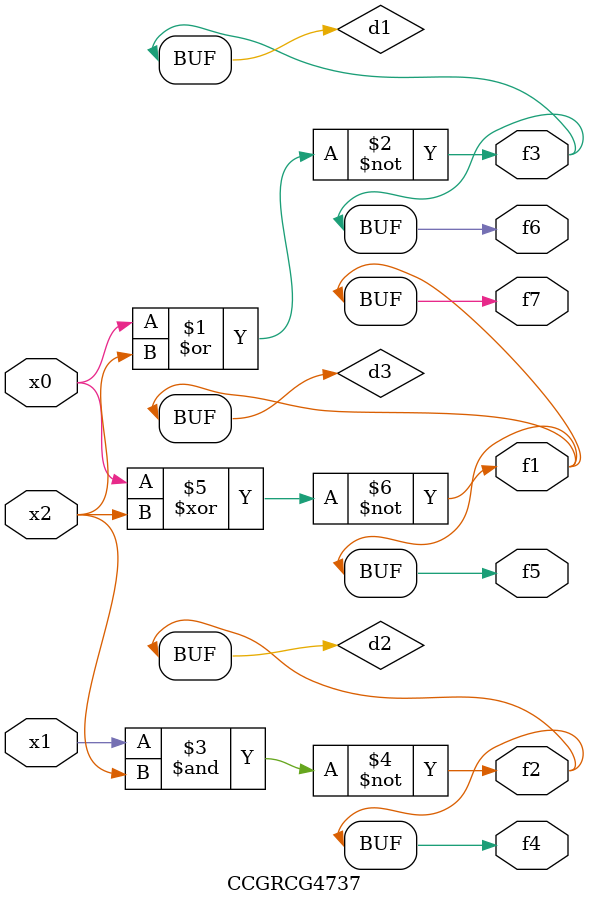
<source format=v>
module CCGRCG4737(
	input x0, x1, x2,
	output f1, f2, f3, f4, f5, f6, f7
);

	wire d1, d2, d3;

	nor (d1, x0, x2);
	nand (d2, x1, x2);
	xnor (d3, x0, x2);
	assign f1 = d3;
	assign f2 = d2;
	assign f3 = d1;
	assign f4 = d2;
	assign f5 = d3;
	assign f6 = d1;
	assign f7 = d3;
endmodule

</source>
